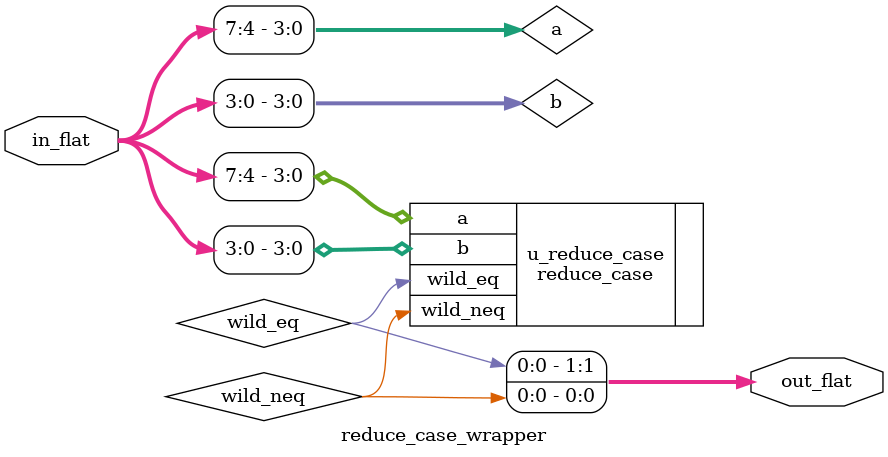
<source format=sv>
module reduce_case_wrapper (
    input  wire [7:0] in_flat,
    output wire [1:0] out_flat
);

  // Slice `in_flat` into original inputs
  wire [3:0] a = in_flat[7:4];
  wire [3:0] b = in_flat[3:0];

  // Wires to capture original module outputs
  wire wild_eq;
  wire wild_neq;

  // Instantiate the original module
  reduce_case u_reduce_case (
    .a(a),
    .b(b),
    .wild_eq(wild_eq),
    .wild_neq(wild_neq)
  );

  // Pack original outputs into `out_flat`
  assign out_flat[1] = wild_eq;
  assign out_flat[0] = wild_neq;

endmodule  // reduce_case_wrapper
</source>
